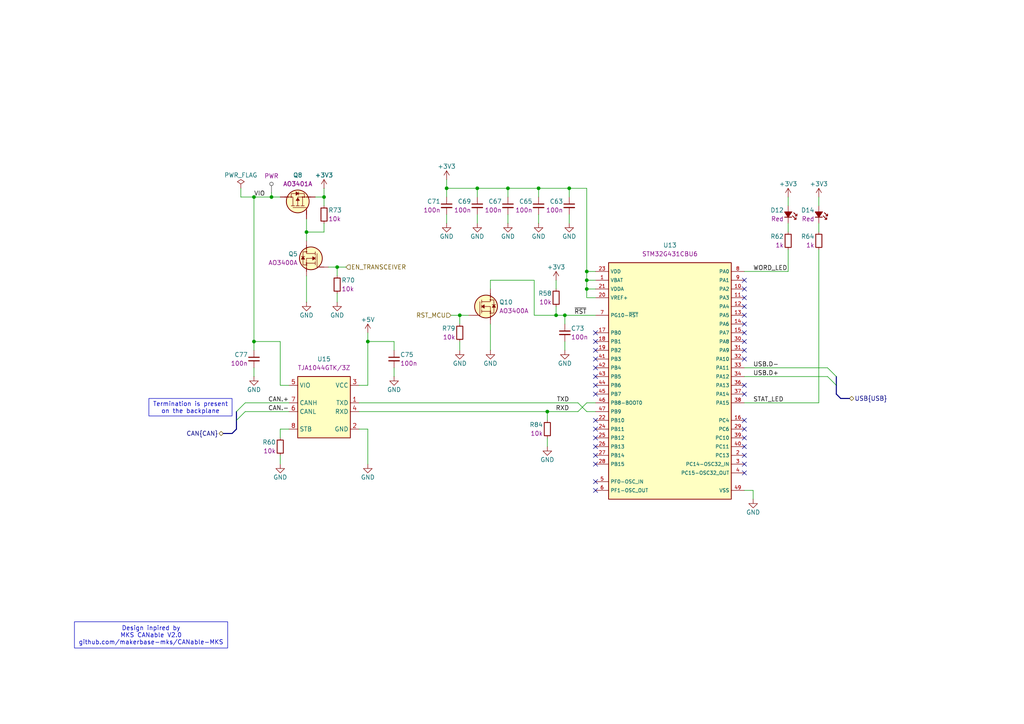
<source format=kicad_sch>
(kicad_sch (version 20250114) (generator "eeschema") (generator_version "9.0")
  (paper "A4")
  (title_block (title "ModuCard CM5 module") (date "2025-07-05") (rev "1.0.0") (company "KoNaR") (comment 1 "Project author: Dominik Pluta"))
  (lib_symbols
    (symbol "DW-ICs:STM32G431CBU6"
      (property "Reference" "U" (at 60.96 0 0))
      (property "MPN" "STM32G431CBU6" (at 60.96 -15.24 0))
      (symbol "STM32G431CBU6_0_0"
        (rectangle (start 3.81 2.54) (end 39.37 -66.04) (stroke (width 0.254)) (fill (type background)))
        (pin bidirectional line (at 0 0 0) (length 3.81) (name "PA0") (number "8"))
        (pin bidirectional line (at 0 -2.54 0) (length 3.81) (name "PA1") (number "9"))
        (pin bidirectional line (at 0 -5.08 0) (length 3.81) (name "PA2") (number "10"))
        (pin bidirectional line (at 0 -7.62 0) (length 3.81) (name "PA3") (number "11"))
        (pin bidirectional line (at 0 -10.16 0) (length 3.81) (name "PA4") (number "12"))
        (pin bidirectional line (at 0 -12.7 0) (length 3.81) (name "PA5") (number "13"))
        (pin bidirectional line (at 0 -15.24 0) (length 3.81) (name "PA6") (number "14"))
        (pin bidirectional line (at 0 -17.78 0) (length 3.81) (name "PA7") (number "15"))
        (pin bidirectional line (at 0 -20.32 0) (length 3.81) (name "PA8") (number "30"))
        (pin bidirectional line (at 0 -22.86 0) (length 3.81) (name "PA9") (number "31"))
        (pin bidirectional line (at 0 -25.4 0) (length 3.81) (name "PA10") (number "32"))
        (pin bidirectional line (at 0 -27.94 0) (length 3.81) (name "PA11") (number "33"))
        (pin bidirectional line (at 0 -30.48 0) (length 3.81) (name "PA12") (number "34"))
        (pin bidirectional line (at 0 -33.02 0) (length 3.81) (name "PA13") (number "36"))
        (pin bidirectional line (at 0 -35.56 0) (length 3.81) (name "PA14") (number "37"))
        (pin bidirectional line (at 0 -38.1 0) (length 3.81) (name "PA15") (number "38"))
        (pin bidirectional line (at 0 -43.18 0) (length 3.81) (name "PC4") (number "16"))
        (pin bidirectional line (at 0 -45.72 0) (length 3.81) (name "PC6") (number "29"))
        (pin bidirectional line (at 0 -48.26 0) (length 3.81) (name "PC10") (number "39"))
        (pin bidirectional line (at 0 -50.8 0) (length 3.81) (name "PC11") (number "40"))
        (pin bidirectional line (at 0 -53.34 0) (length 3.81) (name "PC13") (number "2"))
        (pin bidirectional line (at 0 -55.88 0) (length 3.81) (name "PC14-OSC32_IN") (number "3"))
        (pin bidirectional line (at 0 -58.42 0) (length 3.81) (name "PC15-OSC32_OUT") (number "4"))
        (pin power_in line (at 0 -63.5 0) (length 3.81) (name "VSS") (number "49"))
        (pin power_in line (at 43.18 0 180) (length 3.81) (name "VDD") (number "23"))
        (pin power_in line (at 43.18 -2.54 180) (length 3.81) (name "VBAT") (number "1"))
        (pin power_in line (at 43.18 -5.08 180) (length 3.81) (name "VDDA") (number "21"))
        (pin power_in line (at 43.18 -7.62 180) (length 3.81) (name "VREF+") (number "20"))
        (pin bidirectional line (at 43.18 -12.7 180) (length 3.81) (name "PG10-~{RST}") (number "7"))
        (pin bidirectional line (at 43.18 -17.78 180) (length 3.81) (name "PB0") (number "17"))
        (pin bidirectional line (at 43.18 -20.32 180) (length 3.81) (name "PB1") (number "18"))
        (pin bidirectional line (at 43.18 -22.86 180) (length 3.81) (name "PB2") (number "19"))
        (pin bidirectional line (at 43.18 -25.4 180) (length 3.81) (name "PB3") (number "41"))
        (pin bidirectional line (at 43.18 -27.94 180) (length 3.81) (name "PB4") (number "42"))
        (pin bidirectional line (at 43.18 -30.48 180) (length 3.81) (name "PB5") (number "43"))
        (pin bidirectional line (at 43.18 -33.02 180) (length 3.81) (name "PB6") (number "44"))
        (pin bidirectional line (at 43.18 -35.56 180) (length 3.81) (name "PB7") (number "45"))
        (pin bidirectional line (at 43.18 -38.1 180) (length 3.81) (name "PB8-BOOT0") (number "46"))
        (pin bidirectional line (at 43.18 -40.64 180) (length 3.81) (name "PB9") (number "47"))
        (pin bidirectional line (at 43.18 -43.18 180) (length 3.81) (name "PB10") (number "22"))
        (pin bidirectional line (at 43.18 -45.72 180) (length 3.81) (name "PB11") (number "24"))
        (pin bidirectional line (at 43.18 -48.26 180) (length 3.81) (name "PB12") (number "25"))
        (pin bidirectional line (at 43.18 -50.8 180) (length 3.81) (name "PB13") (number "26"))
        (pin bidirectional line (at 43.18 -53.34 180) (length 3.81) (name "PB14") (number "27"))
        (pin bidirectional line (at 43.18 -55.88 180) (length 3.81) (name "PB15") (number "28"))
      )
      (symbol "STM32G431CBU6_1_0"
        (pin passive line (at 43.18 0 180) (length 3.81) (hide yes) (name "VDD") (number "35"))
        (pin passive line (at 43.18 0 180) (length 3.81) (hide yes) (name "VDD") (number "48"))
        (pin input line (at 43.18 -60.96 180) (length 3.81) (name "PF0-OSC_IN") (number "5"))
        (pin output line (at 43.18 -63.5 180) (length 3.81) (name "PF1-OSC_OUT") (number "6"))
      )
    )
    (symbol "DW-ICs:TJA1044GTK_3Z"
      (property "Reference" "U" (at 31.75 0 0))
      (property "MPN" "TJA1044GTK/3Z" (at 31.75 -15.24 0))
      (symbol "TJA1044GTK_3Z_1_1"
        (rectangle (start 2.54 2.54) (end 17.78 -15.24) (stroke (width 0.254)) (fill (type background)))
        (pin power_in line (at 0 0 0) (length 2.54) (name "VCC") (number "3"))
        (pin input line (at 0 -5.08 0) (length 2.54) (name "TXD") (number "1"))
        (pin output line (at 0 -7.62 0) (length 2.54) (name "RXD") (number "4"))
        (pin power_in line (at 0 -12.7 0) (length 2.54) (name "GND") (number "2"))
        (pin passive line (at 0 -12.7 0) (length 2.54) (hide yes) (name "GND") (number "9"))
        (pin power_in line (at 20.32 0 180) (length 2.54) (name "VIO") (number "5"))
        (pin bidirectional line (at 20.32 -5.08 180) (length 2.54) (name "CANH") (number "7"))
        (pin bidirectional line (at 20.32 -7.62 180) (length 2.54) (name "CANL") (number "6"))
        (pin passive line (at 20.32 -12.7 180) (length 2.54) (name "STB") (number "8"))
      )
    )
    (symbol "DW-capacitors:C-100n-0402" (pin_numbers (hide yes)) (pin_names (hide yes))
      (property "Reference" "C" (at 12.7 0 0))
      (property "Val" "100n" (at 12.7 -20.32 0))
      (symbol "C-100n-0402_0_1"
        (polyline (pts (xy 2.032 -1.524) (xy 2.032 1.524)) (stroke (width 0.3048)))
        (polyline (pts (xy 3.048 -1.524) (xy 3.048 1.524)) (stroke (width 0.3302)))
      )
      (symbol "C-100n-0402_1_1"
        (pin passive line (at 0 0 0) (length 2.032) (name "~") (number "1"))
        (pin passive line (at 5.08 0 180) (length 2.032) (name "~") (number "2"))
      )
    )
    (symbol "DW-diodes:LED-R-0603_KT-0603R" (pin_numbers (hide yes)) (pin_names (hide yes))
      (property "Reference" "D" (at 12.7 0 0))
      (property "Color" "Red" (at 12.7 -20.32 0))
      (symbol "LED-R-0603_KT-0603R_0_1"
        (polyline (pts (xy 1.905 0) (xy 0.635 0)))
        (polyline (pts (xy 4.445 0) (xy 3.175 0)))
      )
      (symbol "LED-R-0603_KT-0603R_1_1"
        (polyline (pts (xy 1.143 2.286) (xy 1.143 1.778) (xy 1.143 2.286) (xy 1.651 2.286) (xy 1.143 2.286) (xy 2.159 1.27)) (stroke (width 0.254)))
        (polyline (pts (xy 1.778 1.016) (xy 1.778 -1.016)) (stroke (width 0.254)))
        (polyline (pts (xy 2.159 2.54) (xy 2.159 2.032) (xy 2.159 2.54) (xy 2.667 2.54) (xy 2.159 2.54) (xy 3.048 1.651)) (stroke (width 0.254)))
        (polyline (pts (xy 3.302 1.016) (xy 3.302 -1.016) (xy 1.778 0) (xy 3.302 1.016)) (stroke (width 0.254)) (fill (type outline)))
        (pin passive line (at 0 0 0) (length 0.635) (name "C") (number "1"))
        (pin passive line (at 5.08 0 180) (length 0.635) (name "A") (number "2"))
      )
    )
    (symbol "DW-power-symbols:+3V3" (power) (pin_numbers (hide yes)) (pin_names (offset 0) (hide yes))
      (property "Value" "+3V3" (at 0 3.556 0))
      (symbol "+3V3_0_1"
        (polyline (pts (xy -0.762 1.27) (xy 0 2.54)))
        (polyline (pts (xy 0 2.54) (xy 0.762 1.27)))
        (polyline (pts (xy 0 0) (xy 0 2.54)))
      )
      (symbol "+3V3_1_1"
        (pin power_in line (at 0 0 90) (length 0) (name "~") (number "1"))
      )
    )
    (symbol "DW-power-symbols:+5V" (power) (pin_numbers (hide yes)) (pin_names (offset 0) (hide yes))
      (property "Value" "+5V" (at 0 3.556 0))
      (symbol "+5V_0_1"
        (polyline (pts (xy -0.762 1.27) (xy 0 2.54)))
        (polyline (pts (xy 0 2.54) (xy 0.762 1.27)))
        (polyline (pts (xy 0 0) (xy 0 2.54)))
      )
      (symbol "+5V_1_1"
        (pin power_in line (at 0 0 90) (length 0) (name "~") (number "1"))
      )
    )
    (symbol "DW-power-symbols:GND" (power) (pin_numbers (hide yes)) (pin_names (offset 0) (hide yes))
      (property "Value" "GND" (at 0 -3.81 0))
      (symbol "GND_0_1"
        (polyline (pts (xy 0 0) (xy 0 -1.27) (xy 1.27 -1.27) (xy 0 -2.54) (xy -1.27 -1.27) (xy 0 -1.27)))
      )
      (symbol "GND_1_1"
        (pin power_in line (at 0 0 270) (length 0) (name "~") (number "1"))
      )
    )
    (symbol "DW-power-symbols:PWR_FLAG" (power) (pin_numbers (hide yes)) (pin_names (offset 0) (hide yes))
      (property "Value" "PWR_FLAG" (at 0 3.81 0))
      (symbol "PWR_FLAG_0_0"
        (pin power_out line (at 0 0 90) (length 0) (name "~") (number "1"))
      )
      (symbol "PWR_FLAG_0_1"
        (polyline (pts (xy 0 0) (xy 0 1.27) (xy -1.016 1.905) (xy 0 2.54) (xy 1.016 1.905) (xy 0 1.27)))
      )
    )
    (symbol "DW-resistors:R-10k-0402" (pin_numbers (hide yes)) (pin_names (offset 0) (hide yes))
      (property "Reference" "R" (at 12.7 0 0))
      (property "Val" "10k" (at 12.7 -20.32 0))
      (symbol "R-10k-0402_0_1"
        (rectangle (start 0.635 0.889) (end 4.445 -0.889) (stroke (width 0.254)))
      )
      (symbol "R-10k-0402_1_1"
        (pin passive line (at 0 0 0) (length 0.635) (name "~") (number "1"))
        (pin passive line (at 5.08 0 180) (length 0.635) (name "~") (number "2"))
      )
    )
    (symbol "DW-resistors:R-1k-0402" (pin_numbers (hide yes)) (pin_names (offset 0) (hide yes))
      (property "Reference" "R" (at 12.7 0 0))
      (property "Val" "1k" (at 12.7 -20.32 0))
      (symbol "R-1k-0402_0_1"
        (rectangle (start 0.635 0.889) (end 4.445 -0.889) (stroke (width 0.254)))
      )
      (symbol "R-1k-0402_1_1"
        (pin passive line (at 0 0 0) (length 0.635) (name "~") (number "1"))
        (pin passive line (at 5.08 0 180) (length 0.635) (name "~") (number "2"))
      )
    )
    (symbol "DW-transistors:AO3400A" (pin_numbers (hide yes)) (pin_names (offset 0) (hide yes))
      (property "Reference" "Q" (at 10.16 0 0))
      (property "MPN" "AO3400A" (at 10.16 -15.24 0))
      (symbol "AO3400A_1_1"
        (polyline (pts (xy 1.27 0) (xy 3.302 0) (xy 3.302 3.937)) (stroke (width 0.1524)))
        (polyline (pts (xy 3.81 4.445) (xy 3.81 3.429)) (stroke (width 0.1524)) (fill (type background)))
        (polyline (pts (xy 3.81 2.54) (xy 3.81 3.048)) (stroke (width 0.1524)) (fill (type background)))
        (polyline (pts (xy 3.81 2.54) (xy 3.81 2.032)) (stroke (width 0.1524)) (fill (type background)))
        (polyline (pts (xy 3.81 2.54) (xy 4.572 3.048) (xy 4.572 2.032) (xy 3.81 2.54)) (stroke (width 0.1524)) (fill (type outline)))
        (polyline (pts (xy 3.81 1.143) (xy 3.81 1.651)) (stroke (width 0.1524)) (fill (type background)))
        (polyline (pts (xy 3.81 1.143) (xy 3.81 0.635)) (stroke (width 0.1524)) (fill (type background)))
        (circle (center 5.08 2.54) (radius 3.302) (stroke (width 0.254)) (fill (type background)))
        (polyline (pts (xy 6.223 0.635) (xy 7.366 0.635) (xy 7.366 3.937) (xy 7.366 4.445) (xy 6.223 4.445)) (stroke (width 0.1524)))
        (polyline (pts (xy 6.35 6.35) (xy 6.35 3.937) (xy 3.81 3.937)) (stroke (width 0.1524)))
        (circle (center 6.35 4.445) (radius 0.127) (stroke (width 0.1524)) (fill (type background)))
        (polyline (pts (xy 6.35 1.143) (xy 3.81 1.143)) (stroke (width 0.1524)) (fill (type background)))
        (circle (center 6.35 1.143) (radius 0.127) (stroke (width 0.1524)) (fill (type background)))
        (circle (center 6.35 0.635) (radius 0.127) (stroke (width 0.1524)) (fill (type background)))
        (polyline (pts (xy 6.35 -1.27) (xy 6.35 2.54) (xy 3.81 2.54)) (stroke (width 0.1524)))
        (polyline (pts (xy 7.366 3.048) (xy 6.858 2.286) (xy 7.874 2.286) (xy 7.366 3.048)) (stroke (width 0.1524)) (fill (type outline)))
        (polyline (pts (xy 7.874 3.048) (xy 6.858 3.048)) (stroke (width 0.1524)) (fill (type background)))
        (pin passive line (at 0 0 0) (length 2.54) (name "G") (number "1"))
        (pin passive line (at 6.35 7.62 270) (length 2.54) (name "D") (number "3"))
        (pin passive line (at 6.35 -2.54 90) (length 2.54) (name "S") (number "2"))
      )
    )
    (symbol "DW-transistors:AO3401A" (pin_numbers (hide yes)) (pin_names (offset 0) (hide yes))
      (property "Reference" "Q" (at 10.16 0 0))
      (property "MPN" "AO3401A" (at 10.16 -15.24 0))
      (symbol "AO3401A_1_1"
        (polyline (pts (xy 1.27 0) (xy 3.302 0) (xy 3.302 3.937)) (stroke (width 0.1524)))
        (polyline (pts (xy 3.81 4.445) (xy 3.81 3.429)) (stroke (width 0.1524)) (fill (type background)))
        (polyline (pts (xy 3.81 2.54) (xy 3.81 3.048)) (stroke (width 0.1524)) (fill (type background)))
        (polyline (pts (xy 3.81 2.54) (xy 3.81 2.032)) (stroke (width 0.1524)) (fill (type background)))
        (polyline (pts (xy 3.81 1.143) (xy 3.81 1.651)) (stroke (width 0.1524)) (fill (type background)))
        (polyline (pts (xy 3.81 1.143) (xy 3.81 0.635)) (stroke (width 0.1524)) (fill (type background)))
        (circle (center 5.08 2.54) (radius 3.302) (stroke (width 0.254)) (fill (type background)))
        (polyline (pts (xy 6.096 2.54) (xy 5.334 2.032) (xy 5.334 3.048) (xy 6.096 2.54)) (stroke (width 0.1524)) (fill (type outline)))
        (polyline (pts (xy 6.223 0.635) (xy 7.366 0.635) (xy 7.366 3.937) (xy 7.366 4.445) (xy 6.223 4.445)) (stroke (width 0.1524)))
        (polyline (pts (xy 6.35 6.35) (xy 6.35 3.937) (xy 3.81 3.937)) (stroke (width 0.1524)))
        (circle (center 6.35 4.445) (radius 0.127) (stroke (width 0.1524)) (fill (type background)))
        (polyline (pts (xy 6.35 1.143) (xy 3.81 1.143)) (stroke (width 0.1524)) (fill (type background)))
        (circle (center 6.35 1.143) (radius 0.127) (stroke (width 0.1524)) (fill (type background)))
        (circle (center 6.35 0.635) (radius 0.127) (stroke (width 0.1524)) (fill (type background)))
        (polyline (pts (xy 6.35 -1.27) (xy 6.35 2.54) (xy 3.81 2.54)) (stroke (width 0.1524)))
        (polyline (pts (xy 7.366 2.286) (xy 7.874 3.048) (xy 6.858 3.048) (xy 7.366 2.286)) (stroke (width 0.1524)) (fill (type outline)))
        (polyline (pts (xy 7.874 2.286) (xy 6.858 2.286)) (stroke (width 0.1524)) (fill (type background)))
        (pin passive line (at 0 0 0) (length 2.54) (name "G") (number "1"))
        (pin passive line (at 6.35 7.62 270) (length 2.54) (name "D") (number "3"))
        (pin passive line (at 6.35 -2.54 90) (length 2.54) (name "S") (number "2"))
      )
    )
  )
  (text_box "Termination is present\non the backplane" (at 43.18 115.57 0) (size 24.13 5.08) (margins 0.9525 0.9525 0.9525 0.9525) (effects (font (size 1.27 1.27))))
  (text_box "Design inpired by \nMKS CANable V2.0\ngithub.com/makerbase-mks/CANable-MKS" (at 21.59 180.34 0) (size 44.45 7.62) (margins 0.9525 0.9525 0.9525 0.9525) (effects (font (size 1.27 1.27))))
  (junction (at 165.1 54.61))
  (junction (at 73.66 99.06))
  (junction (at 133.35 91.44))
  (junction (at 97.79 77.47))
  (junction (at 147.32 54.61))
  (junction (at 163.83 91.44))
  (junction (at 88.9 67.31))
  (junction (at 93.98 57.15))
  (junction (at 170.18 78.74))
  (junction (at 161.29 91.44))
  (junction (at 170.18 83.82))
  (junction (at 138.43 54.61))
  (junction (at 106.68 99.06))
  (junction (at 129.54 54.61))
  (junction (at 73.66 57.15))
  (junction (at 170.18 81.28))
  (junction (at 156.21 54.61))
  (junction (at 158.75 119.38))
  (junction (at 78.74 57.15))
  (no_connect (at 172.72 121.92))
  (no_connect (at 172.72 114.3))
  (no_connect (at 215.9 134.62))
  (no_connect (at 215.9 137.16))
  (no_connect (at 215.9 88.9))
  (no_connect (at 172.72 142.24))
  (no_connect (at 215.9 99.06))
  (no_connect (at 215.9 91.44))
  (no_connect (at 215.9 96.52))
  (no_connect (at 215.9 83.82))
  (no_connect (at 215.9 101.6))
  (no_connect (at 172.72 104.14))
  (no_connect (at 215.9 81.28))
  (no_connect (at 172.72 139.7))
  (no_connect (at 172.72 129.54))
  (no_connect (at 172.72 124.46))
  (no_connect (at 215.9 121.92))
  (no_connect (at 172.72 109.22))
  (no_connect (at 172.72 127))
  (no_connect (at 172.72 134.62))
  (no_connect (at 215.9 124.46))
  (no_connect (at 172.72 106.68))
  (no_connect (at 172.72 111.76))
  (no_connect (at 215.9 86.36))
  (no_connect (at 172.72 101.6))
  (no_connect (at 172.72 96.52))
  (no_connect (at 215.9 93.98))
  (no_connect (at 172.72 132.08))
  (no_connect (at 215.9 104.14))
  (no_connect (at 215.9 129.54))
  (no_connect (at 215.9 114.3))
  (no_connect (at 215.9 111.76))
  (no_connect (at 215.9 127))
  (no_connect (at 215.9 132.08))
  (no_connect (at 172.72 99.06))
  (bus_entry (at 240.03 106.68) (size 2.54 2.54))
  (bus_entry (at 240.03 109.22) (size 2.54 2.54))
  (bus_entry (at 68.58 119.38) (size 2.54 -2.54))
  (bus_entry (at 68.58 121.92) (size 2.54 -2.54))
  (wire (pts (xy 158.75 119.38) (xy 167.64 119.38)))
  (wire (pts (xy 73.66 57.15) (xy 73.66 99.06)))
  (wire (pts (xy 158.75 129.54) (xy 158.75 127)))
  (wire (pts (xy 100.33 77.47) (xy 97.79 77.47)))
  (wire (pts (xy 147.32 54.61) (xy 147.32 57.15)))
  (wire (pts (xy 104.14 116.84) (xy 167.64 116.84)))
  (wire (pts (xy 156.21 64.77) (xy 156.21 62.23)))
  (wire (pts (xy 172.72 81.28) (xy 170.18 81.28)))
  (wire (pts (xy 218.44 142.24) (xy 215.9 142.24)))
  (wire (pts (xy 170.18 78.74) (xy 172.72 78.74)))
  (wire (pts (xy 172.72 86.36) (xy 170.18 86.36)))
  (wire (pts (xy 163.83 91.44) (xy 163.83 93.98)))
  (wire (pts (xy 237.49 64.77) (xy 237.49 67.31)))
  (wire (pts (xy 172.72 83.82) (xy 170.18 83.82)))
  (wire (pts (xy 130.81 91.44) (xy 133.35 91.44)))
  (wire (pts (xy 161.29 91.44) (xy 163.83 91.44)))
  (wire (pts (xy 106.68 124.46) (xy 106.68 134.62)))
  (wire (pts (xy 215.9 109.22) (xy 240.03 109.22)))
  (wire (pts (xy 106.68 96.52) (xy 106.68 99.06)))
  (wire (pts (xy 106.68 99.06) (xy 106.68 111.76)))
  (wire (pts (xy 106.68 99.06) (xy 114.3 99.06)))
  (wire (pts (xy 147.32 64.77) (xy 147.32 62.23)))
  (wire (pts (xy 228.6 64.77) (xy 228.6 67.31)))
  (wire (pts (xy 237.49 57.15) (xy 237.49 59.69)))
  (wire (pts (xy 88.9 87.63) (xy 88.9 80.01)))
  (wire (pts (xy 81.28 127) (xy 81.28 124.46)))
  (wire (pts (xy 93.98 54.61) (xy 93.98 57.15)))
  (wire (pts (xy 154.94 81.28) (xy 154.94 91.44)))
  (wire (pts (xy 138.43 54.61) (xy 129.54 54.61)))
  (wire (pts (xy 161.29 88.9) (xy 161.29 91.44)))
  (wire (pts (xy 215.9 78.74) (xy 228.6 78.74)))
  (wire (pts (xy 97.79 77.47) (xy 95.25 77.47)))
  (wire (pts (xy 78.74 55.88) (xy 78.74 57.15)))
  (wire (pts (xy 170.18 116.84) (xy 172.72 116.84)))
  (wire (pts (xy 129.54 64.77) (xy 129.54 62.23)))
  (wire (pts (xy 88.9 63.5) (xy 88.9 67.31)))
  (wire (pts (xy 104.14 119.38) (xy 158.75 119.38)))
  (bus (pts (xy 242.57 109.22) (xy 242.57 111.76)))
  (wire (pts (xy 133.35 101.6) (xy 133.35 99.06)))
  (wire (pts (xy 215.9 116.84) (xy 237.49 116.84)))
  (wire (pts (xy 215.9 106.68) (xy 240.03 106.68)))
  (wire (pts (xy 133.35 93.98) (xy 133.35 91.44)))
  (bus (pts (xy 242.57 111.76) (xy 242.57 114.3)))
  (wire (pts (xy 81.28 111.76) (xy 83.82 111.76)))
  (wire (pts (xy 88.9 69.85) (xy 88.9 67.31)))
  (wire (pts (xy 93.98 64.77) (xy 93.98 67.31)))
  (wire (pts (xy 147.32 54.61) (xy 138.43 54.61)))
  (wire (pts (xy 161.29 81.28) (xy 161.29 83.82)))
  (wire (pts (xy 138.43 64.77) (xy 138.43 62.23)))
  (wire (pts (xy 93.98 67.31) (xy 88.9 67.31)))
  (bus (pts (xy 68.58 124.46) (xy 67.31 125.73)))
  (wire (pts (xy 154.94 91.44) (xy 161.29 91.44)))
  (wire (pts (xy 129.54 52.07) (xy 129.54 54.61)))
  (wire (pts (xy 114.3 101.6) (xy 114.3 99.06)))
  (wire (pts (xy 93.98 59.69) (xy 93.98 57.15)))
  (wire (pts (xy 170.18 119.38) (xy 172.72 119.38)))
  (wire (pts (xy 158.75 121.92) (xy 158.75 119.38)))
  (wire (pts (xy 170.18 54.61) (xy 170.18 78.74)))
  (bus (pts (xy 68.58 121.92) (xy 68.58 119.38)))
  (wire (pts (xy 81.28 134.62) (xy 81.28 132.08)))
  (wire (pts (xy 73.66 57.15) (xy 78.74 57.15)))
  (wire (pts (xy 163.83 99.06) (xy 163.83 101.6)))
  (wire (pts (xy 163.83 91.44) (xy 172.72 91.44)))
  (wire (pts (xy 81.28 99.06) (xy 81.28 111.76)))
  (wire (pts (xy 156.21 54.61) (xy 156.21 57.15)))
  (wire (pts (xy 73.66 101.6) (xy 73.66 99.06)))
  (wire (pts (xy 228.6 57.15) (xy 228.6 59.69)))
  (wire (pts (xy 78.74 57.15) (xy 81.28 57.15)))
  (bus (pts (xy 242.57 114.3) (xy 243.84 115.57)))
  (wire (pts (xy 97.79 80.01) (xy 97.79 77.47)))
  (bus (pts (xy 243.84 115.57) (xy 246.38 115.57)))
  (wire (pts (xy 167.64 119.38) (xy 170.18 116.84)))
  (wire (pts (xy 81.28 124.46) (xy 83.82 124.46)))
  (wire (pts (xy 167.64 116.84) (xy 170.18 119.38)))
  (wire (pts (xy 165.1 54.61) (xy 170.18 54.61)))
  (wire (pts (xy 147.32 54.61) (xy 156.21 54.61)))
  (wire (pts (xy 73.66 99.06) (xy 81.28 99.06)))
  (wire (pts (xy 71.12 116.84) (xy 83.82 116.84)))
  (wire (pts (xy 142.24 81.28) (xy 154.94 81.28)))
  (wire (pts (xy 69.85 54.61) (xy 69.85 57.15)))
  (bus (pts (xy 68.58 124.46) (xy 68.58 121.92)))
  (wire (pts (xy 228.6 72.39) (xy 228.6 78.74)))
  (wire (pts (xy 114.3 106.68) (xy 114.3 109.22)))
  (wire (pts (xy 165.1 64.77) (xy 165.1 62.23)))
  (wire (pts (xy 129.54 57.15) (xy 129.54 54.61)))
  (wire (pts (xy 142.24 83.82) (xy 142.24 81.28)))
  (wire (pts (xy 142.24 101.6) (xy 142.24 93.98)))
  (wire (pts (xy 106.68 111.76) (xy 104.14 111.76)))
  (wire (pts (xy 73.66 106.68) (xy 73.66 109.22)))
  (wire (pts (xy 104.14 124.46) (xy 106.68 124.46)))
  (wire (pts (xy 165.1 54.61) (xy 165.1 57.15)))
  (wire (pts (xy 93.98 57.15) (xy 91.44 57.15)))
  (wire (pts (xy 71.12 119.38) (xy 83.82 119.38)))
  (wire (pts (xy 133.35 91.44) (xy 135.89 91.44)))
  (wire (pts (xy 170.18 78.74) (xy 170.18 81.28)))
  (wire (pts (xy 218.44 142.24) (xy 218.44 144.78)))
  (wire (pts (xy 97.79 87.63) (xy 97.79 85.09)))
  (wire (pts (xy 156.21 54.61) (xy 165.1 54.61)))
  (bus (pts (xy 67.31 125.73) (xy 64.77 125.73)))
  (wire (pts (xy 138.43 54.61) (xy 138.43 57.15)))
  (wire (pts (xy 69.85 57.15) (xy 73.66 57.15)))
  (wire (pts (xy 170.18 83.82) (xy 170.18 86.36)))
  (wire (pts (xy 170.18 81.28) (xy 170.18 83.82)))
  (wire (pts (xy 237.49 72.39) (xy 237.49 116.84)))
  (label "WORD_LED" (at 218.44 78.74 0))
  (label "STAT_LED" (at 218.44 116.84 0))
  (label "USB.D-" (at 218.44 106.68 0))
  (label "TXD" (at 165.1 116.84 180))
  (label "RXD" (at 165.1 119.38 180))
  (label "VIO" (at 73.66 57.15 0))
  (label "CAN.-" (at 83.82 119.38 180))
  (label "USB.D+" (at 218.44 109.22 0))
  (label "~{RST}" (at 170.18 91.44 180))
  (label "CAN.+" (at 83.82 116.84 180))
  (hierarchical_label "EN_TRANSCEIVER" (shape input) (at 100.33 77.47 0))
  (hierarchical_label "RST_MCU" (shape input) (at 130.81 91.44 180))
  (hierarchical_label "USB{USB}" (shape bidirectional) (at 246.38 115.57 0))
  (hierarchical_label "CAN{CAN}" (shape bidirectional) (at 64.77 125.73 180))
  (netclass_flag "" (length 2.54) (shape round) (at 78.74 55.88 0) (property "Netclass" "PWR" (at 78.74 51.054 0)))
  (symbol (lib_id "DW-power-symbols:GND") (at 163.83 101.6 0) (mirror y) (unit 1)
    (property "Reference" "#PWR0156" (effects (hide yes)))
    (property "Value" "GND" (at 163.83 105.41 0))
    (property "Description" "Power symbol creates a global label with name \"GND\" , ground" (effects (hide yes)))
    (instances (project "cm5-module" (path "" (reference "#PWR0156") (unit 1)) (path "" (reference "#PWR0157") (unit 1))))
  )
  (symbol (lib_id "DW-power-symbols:GND") (at 106.68 134.62 0) (unit 1)
    (property "Reference" "#PWR0160" (effects (hide yes)))
    (property "Value" "GND" (at 106.68 138.43 0))
    (property "Description" "Power symbol creates a global label with name \"GND\" , ground" (effects (hide yes)))
    (instances (project "cm5-module" (path "" (reference "#PWR0160") (unit 1)) (path "" (reference "#PWR0161") (unit 1))))
  )
  (symbol (lib_id "DW-power-symbols:GND") (at 129.54 64.77 0) (mirror y) (unit 1)
    (property "Reference" "#PWR0152" (effects (hide yes)))
    (property "Value" "GND" (at 129.54 68.58 0))
    (property "Description" "Power symbol creates a global label with name \"GND\" , ground" (effects (hide yes)))
    (instances (project "cm5-module" (path "" (reference "#PWR0152") (unit 1)) (path "" (reference "#PWR0153") (unit 1))))
  )
  (symbol (lib_id "DW-power-symbols:+5V") (at 106.68 96.52 0) (unit 1)
    (property "Reference" "#PWR0162" (effects (hide yes)))
    (property "Value" "+5V" (at 106.68 92.71 0))
    (property "Description" "Power symbol creates a global label with name \"+5V\"" (effects (hide yes)))
    (instances (project "cm5-module" (path "" (reference "#PWR0162") (unit 1)) (path "" (reference "#PWR0163") (unit 1))))
  )
  (symbol (lib_id "DW-capacitors:C-100n-0402") (at 165.1 57.15 90) (mirror x) (unit 1)
    (property "Reference" "C63" (at 163.322 58.42 90) (effects (justify left)))
    (property "Value" "C-100n-0402" (effects (hide yes)))
    (property "Footprint" "DW-footprints:C_0402_1005Metric" (effects (hide yes)))
    (property "Datasheet" "https://lcsc.com/datasheet/lcsc_datasheet_2304140030_Samsung-Electro-Mechanics-CL05B104KB54PNC_C307331.pdf" (effects (hide yes)))
    (property "Description" "50V 100nF X7R ±10% 0402 Multilayer Ceramic Capacitors MLCC - SMD/SMT ROHS" (effects (hide yes)))
    (property "Manufacturer" "Samsung Electro-Mechanics" (effects (hide yes)))
    (property "MPN" "CL05B104KB54PNC" (effects (hide yes)))
    (property "LCSC" "C307331" (effects (hide yes)))
    (property "Val" "100n" (at 163.322 60.96 90) (effects (justify left)))
    (property "Tolerance" "10%" (effects (hide yes)))
    (property "Voltage" "50V" (effects (hide yes)))
    (property "Dielectric" "X7R" (effects (hide yes)))
    (instances (project "cm5-module" (path "" (reference "C63") (unit 1)) (path "" (reference "C64") (unit 1))))
  )
  (symbol (lib_id "DW-power-symbols:GND") (at 147.32 64.77 0) (mirror y) (unit 1)
    (property "Reference" "#PWR0148" (effects (hide yes)))
    (property "Value" "GND" (at 147.32 68.58 0))
    (property "Description" "Power symbol creates a global label with name \"GND\" , ground" (effects (hide yes)))
    (instances (project "cm5-module" (path "" (reference "#PWR0148") (unit 1)) (path "" (reference "#PWR0149") (unit 1))))
  )
  (symbol (lib_id "DW-power-symbols:+3V3") (at 129.54 52.07 0) (mirror y) (unit 1)
    (property "Reference" "#PWR0142" (effects (hide yes)))
    (property "Value" "+3V3" (at 129.54 48.26 0))
    (property "Description" "Power symbol creates a global label with name \"+3V3\"" (effects (hide yes)))
    (instances (project "cm5-module" (path "" (reference "#PWR0142") (unit 1)) (path "" (reference "#PWR0143") (unit 1))))
  )
  (symbol (lib_id "DW-power-symbols:PWR_FLAG") (at 69.85 54.61 0) (unit 1)
    (property "Reference" "#FLG011" (effects (hide yes)))
    (property "Value" "PWR_FLAG" (at 69.85 50.8 0))
    (property "Description" "Special symbol for telling ERC where power comes from" (effects (hide yes)))
    (instances (project "cm5-module" (path "" (reference "#FLG011") (unit 1)) (path "" (reference "#FLG012") (unit 1))))
  )
  (symbol (lib_id "DW-ICs:STM32G431CBU6") (at 215.9 78.74 0) (mirror y) (unit 1)
    (property "Reference" "U13" (at 194.31 71.12 0))
    (property "Value" "STM32G431CBU6" (effects (hide yes)))
    (property "Footprint" "DW-footprints:UFQFPN-48-1EP_7x7mm_P0.5mm_EP5.7x5.7mm" (effects (hide yes)))
    (property "Datasheet" "https://www.lcsc.com/datasheet/C529356.pdf" (effects (hide yes)))
    (property "Description" "ARM Cortex-M Series 170MHz UFQFPN-48(7x7) Microcontrollers (MCU/MPU/SOC) ROHS" (effects (hide yes)))
    (property "Manufacturer" "ST" (effects (hide yes)))
    (property "MPN" "STM32G431CBU6" (at 194.31 73.66 0))
    (property "LCSC" "C529356" (effects (hide yes)))
    (instances (project "" (path "" (reference "U13") (unit 1)) (path "" (reference "U14") (unit 1))))
  )
  (symbol (lib_id "DW-transistors:AO3401A") (at 88.9 63.5 90) (unit 1)
    (property "Reference" "Q8" (at 86.36 50.8 90))
    (property "Value" "AO3401A" (effects (hide yes)))
    (property "Footprint" "DW-footprints:SOT-23-3" (effects (hide yes)))
    (property "Datasheet" "https://www.lcsc.com/datasheet/C15127.pdf" (effects (hide yes)))
    (property "Description" "30V 4A 900mV@250uA 1 P-Channel SOT-23 MOSFETs ROHS" (effects (hide yes)))
    (property "Manufacturer" "AOS" (effects (hide yes)))
    (property "MPN" "AO3401A" (at 86.36 53.34 90))
    (property "LCSC" "C15127" (effects (hide yes)))
    (property "Id" "-4A" (effects (hide yes)))
    (property "Vds" "-30V" (effects (hide yes)))
    (property "Vgs" "12V" (effects (hide yes)))
    (property "Rds(on)" "50mΩ" (effects (hide yes)))
    (instances (project "" (path "" (reference "Q8") (unit 1)) (path "" (reference "Q9") (unit 1))))
  )
  (symbol (lib_id "DW-resistors:R-10k-0402") (at 97.79 85.09 90) (unit 1)
    (property "Reference" "R70" (at 99.06 81.28 90) (effects (justify right)))
    (property "Value" "R-10k-0402" (effects (hide yes)))
    (property "Footprint" "DW-footprints:R_0402_1005Metric" (effects (hide yes)))
    (property "Datasheet" "https://lcsc.com/datasheet/lcsc_datasheet_2411221126_UNI-ROYAL-Uniroyal-Elec-0402WGF1002TCE_C25744.pdf" (effects (hide yes)))
    (property "Description" "62.5mW Thick Film Resistor 50V ±100ppm/℃ ±1% 10kΩ 0402 Chip Resistor - Surface Mount ROHS" (effects (hide yes)))
    (property "Manufacturer" "UNI-ROYAL(Uniroyal Elec)" (effects (hide yes)))
    (property "MPN" "0402WGF1002TCE" (effects (hide yes)))
    (property "LCSC" "C25744" (effects (hide yes)))
    (property "Val" "10k" (at 99.06 83.82 90) (effects (justify right)))
    (property "Tolerance" "1%" (effects (hide yes)))
    (instances (project "cm5-module" (path "" (reference "R70") (unit 1)) (path "" (reference "R72") (unit 1))))
  )
  (symbol (lib_id "DW-capacitors:C-100n-0402") (at 156.21 57.15 90) (mirror x) (unit 1)
    (property "Reference" "C65" (at 154.432 58.42 90) (effects (justify left)))
    (property "Value" "C-100n-0402" (effects (hide yes)))
    (property "Footprint" "DW-footprints:C_0402_1005Metric" (effects (hide yes)))
    (property "Datasheet" "https://lcsc.com/datasheet/lcsc_datasheet_2304140030_Samsung-Electro-Mechanics-CL05B104KB54PNC_C307331.pdf" (effects (hide yes)))
    (property "Description" "50V 100nF X7R ±10% 0402 Multilayer Ceramic Capacitors MLCC - SMD/SMT ROHS" (effects (hide yes)))
    (property "Manufacturer" "Samsung Electro-Mechanics" (effects (hide yes)))
    (property "MPN" "CL05B104KB54PNC" (effects (hide yes)))
    (property "LCSC" "C307331" (effects (hide yes)))
    (property "Val" "100n" (at 154.432 60.96 90) (effects (justify left)))
    (property "Tolerance" "10%" (effects (hide yes)))
    (property "Voltage" "50V" (effects (hide yes)))
    (property "Dielectric" "X7R" (effects (hide yes)))
    (instances (project "cm5-module" (path "" (reference "C65") (unit 1)) (path "" (reference "C66") (unit 1))))
  )
  (symbol (lib_id "DW-power-symbols:GND") (at 142.24 101.6 0) (mirror y) (unit 1)
    (property "Reference" "#PWR0168" (effects (hide yes)))
    (property "Value" "GND" (at 142.24 105.41 0))
    (property "Description" "Power symbol creates a global label with name \"GND\" , ground" (effects (hide yes)))
    (instances (project "cm5-module" (path "" (reference "#PWR0168") (unit 1)) (path "" (reference "#PWR0187") (unit 1))))
  )
  (symbol (lib_id "DW-resistors:R-10k-0402") (at 158.75 127 270) (mirror x) (unit 1)
    (property "Reference" "R84" (at 157.48 123.19 90) (effects (justify right)))
    (property "Value" "R-10k-0402" (effects (hide yes)))
    (property "Footprint" "DW-footprints:R_0402_1005Metric" (effects (hide yes)))
    (property "Datasheet" "https://lcsc.com/datasheet/lcsc_datasheet_2411221126_UNI-ROYAL-Uniroyal-Elec-0402WGF1002TCE_C25744.pdf" (effects (hide yes)))
    (property "Description" "62.5mW Thick Film Resistor 50V ±100ppm/℃ ±1% 10kΩ 0402 Chip Resistor - Surface Mount ROHS" (effects (hide yes)))
    (property "Manufacturer" "UNI-ROYAL(Uniroyal Elec)" (effects (hide yes)))
    (property "MPN" "0402WGF1002TCE" (effects (hide yes)))
    (property "LCSC" "C25744" (effects (hide yes)))
    (property "Val" "10k" (at 157.48 125.73 90) (effects (justify right)))
    (property "Tolerance" "1%" (effects (hide yes)))
    (instances (project "cm5-module" (path "" (reference "R84") (unit 1)) (path "" (reference "R85") (unit 1))))
  )
  (symbol (lib_id "DW-capacitors:C-100n-0402") (at 147.32 57.15 90) (mirror x) (unit 1)
    (property "Reference" "C67" (at 145.542 58.42 90) (effects (justify left)))
    (property "Value" "C-100n-0402" (effects (hide yes)))
    (property "Footprint" "DW-footprints:C_0402_1005Metric" (effects (hide yes)))
    (property "Datasheet" "https://lcsc.com/datasheet/lcsc_datasheet_2304140030_Samsung-Electro-Mechanics-CL05B104KB54PNC_C307331.pdf" (effects (hide yes)))
    (property "Description" "50V 100nF X7R ±10% 0402 Multilayer Ceramic Capacitors MLCC - SMD/SMT ROHS" (effects (hide yes)))
    (property "Manufacturer" "Samsung Electro-Mechanics" (effects (hide yes)))
    (property "MPN" "CL05B104KB54PNC" (effects (hide yes)))
    (property "LCSC" "C307331" (effects (hide yes)))
    (property "Val" "100n" (at 145.542 60.96 90) (effects (justify left)))
    (property "Tolerance" "10%" (effects (hide yes)))
    (property "Voltage" "50V" (effects (hide yes)))
    (property "Dielectric" "X7R" (effects (hide yes)))
    (instances (project "cm5-module" (path "" (reference "C67") (unit 1)) (path "" (reference "C68") (unit 1))))
  )
  (symbol (lib_id "DW-diodes:LED-R-0603_KT-0603R") (at 237.49 64.77 270) (mirror x) (unit 1)
    (property "Reference" "D14" (at 236.22 60.96 90) (effects (justify right)))
    (property "Value" "LED-R-0603_KT-0603R" (effects (hide yes)))
    (property "Footprint" "DW-footprints:LED_0603_1608Metric_R" (effects (hide yes)))
    (property "Datasheet" "https://lcsc.com/datasheet/lcsc_datasheet_2507101606_Hubei-KENTO-Elec-KT-0603R_C2286.pdf" (effects (hide yes)))
    (property "Description" "-40℃~+85℃ Red 0603 LED Indication - Discrete ROHS" (effects (hide yes)))
    (property "Manufacturer" "Hubei KENTO Elec" (effects (hide yes)))
    (property "MPN" "KT-0603R" (effects (hide yes)))
    (property "LCSC" "C2286" (effects (hide yes)))
    (property "Color" "Red" (at 236.22 63.5 90) (effects (justify right)))
    (property "Forward voltage" "1.8V-2.4V " (effects (hide yes)))
    (instances (project "cm5-module" (path "" (reference "D14") (unit 1)) (path "" (reference "D15") (unit 1))))
  )
  (symbol (lib_id "DW-capacitors:C-100n-0402") (at 163.83 93.98 270) (unit 1)
    (property "Reference" "C73" (at 165.608 95.25 90) (effects (justify left)))
    (property "Value" "C-100n-0402" (effects (hide yes)))
    (property "Footprint" "DW-footprints:C_0402_1005Metric" (effects (hide yes)))
    (property "Datasheet" "https://lcsc.com/datasheet/lcsc_datasheet_2304140030_Samsung-Electro-Mechanics-CL05B104KB54PNC_C307331.pdf" (effects (hide yes)))
    (property "Description" "50V 100nF X7R ±10% 0402 Multilayer Ceramic Capacitors MLCC - SMD/SMT ROHS" (effects (hide yes)))
    (property "Manufacturer" "Samsung Electro-Mechanics" (effects (hide yes)))
    (property "MPN" "CL05B104KB54PNC" (effects (hide yes)))
    (property "LCSC" "C307331" (effects (hide yes)))
    (property "Val" "100n" (at 165.608 97.79 90) (effects (justify left)))
    (property "Tolerance" "10%" (effects (hide yes)))
    (property "Voltage" "50V" (effects (hide yes)))
    (property "Dielectric" "X7R" (effects (hide yes)))
    (instances (project "cm5-module" (path "" (reference "C73") (unit 1)) (path "" (reference "C74") (unit 1))))
  )
  (symbol (lib_id "DW-capacitors:C-100n-0402") (at 114.3 101.6 270) (unit 1)
    (property "Reference" "C75" (at 116.078 102.87 90) (effects (justify left)))
    (property "Value" "C-100n-0402" (effects (hide yes)))
    (property "Footprint" "DW-footprints:C_0402_1005Metric" (effects (hide yes)))
    (property "Datasheet" "https://lcsc.com/datasheet/lcsc_datasheet_2304140030_Samsung-Electro-Mechanics-CL05B104KB54PNC_C307331.pdf" (effects (hide yes)))
    (property "Description" "50V 100nF X7R ±10% 0402 Multilayer Ceramic Capacitors MLCC - SMD/SMT ROHS" (effects (hide yes)))
    (property "Manufacturer" "Samsung Electro-Mechanics" (effects (hide yes)))
    (property "MPN" "CL05B104KB54PNC" (effects (hide yes)))
    (property "LCSC" "C307331" (effects (hide yes)))
    (property "Val" "100n" (at 116.078 105.41 90) (effects (justify left)))
    (property "Tolerance" "10%" (effects (hide yes)))
    (property "Voltage" "50V" (effects (hide yes)))
    (property "Dielectric" "X7R" (effects (hide yes)))
    (instances (project "cm5-module" (path "" (reference "C75") (unit 1)) (path "" (reference "C76") (unit 1))))
  )
  (symbol (lib_id "DW-resistors:R-10k-0402") (at 133.35 99.06 270) (mirror x) (unit 1)
    (property "Reference" "R79" (at 132.08 95.25 90) (effects (justify right)))
    (property "Value" "R-10k-0402" (effects (hide yes)))
    (property "Footprint" "DW-footprints:R_0402_1005Metric" (effects (hide yes)))
    (property "Datasheet" "https://lcsc.com/datasheet/lcsc_datasheet_2411221126_UNI-ROYAL-Uniroyal-Elec-0402WGF1002TCE_C25744.pdf" (effects (hide yes)))
    (property "Description" "62.5mW Thick Film Resistor 50V ±100ppm/℃ ±1% 10kΩ 0402 Chip Resistor - Surface Mount ROHS" (effects (hide yes)))
    (property "Manufacturer" "UNI-ROYAL(Uniroyal Elec)" (effects (hide yes)))
    (property "MPN" "0402WGF1002TCE" (effects (hide yes)))
    (property "LCSC" "C25744" (effects (hide yes)))
    (property "Val" "10k" (at 132.08 97.79 90) (effects (justify right)))
    (property "Tolerance" "1%" (effects (hide yes)))
    (instances (project "cm5-module" (path "" (reference "R79") (unit 1)) (path "" (reference "R71") (unit 1))))
  )
  (symbol (lib_id "DW-power-symbols:GND") (at 165.1 64.77 0) (mirror y) (unit 1)
    (property "Reference" "#PWR0144" (effects (hide yes)))
    (property "Value" "GND" (at 165.1 68.58 0))
    (property "Description" "Power symbol creates a global label with name \"GND\" , ground" (effects (hide yes)))
    (instances (project "cm5-module" (path "" (reference "#PWR0144") (unit 1)) (path "" (reference "#PWR0145") (unit 1))))
  )
  (symbol (lib_id "DW-resistors:R-10k-0402") (at 93.98 64.77 90) (unit 1)
    (property "Reference" "R73" (at 95.25 60.96 90) (effects (justify right)))
    (property "Value" "R-10k-0402" (effects (hide yes)))
    (property "Footprint" "DW-footprints:R_0402_1005Metric" (effects (hide yes)))
    (property "Datasheet" "https://lcsc.com/datasheet/lcsc_datasheet_2411221126_UNI-ROYAL-Uniroyal-Elec-0402WGF1002TCE_C25744.pdf" (effects (hide yes)))
    (property "Description" "62.5mW Thick Film Resistor 50V ±100ppm/℃ ±1% 10kΩ 0402 Chip Resistor - Surface Mount ROHS" (effects (hide yes)))
    (property "Manufacturer" "UNI-ROYAL(Uniroyal Elec)" (effects (hide yes)))
    (property "MPN" "0402WGF1002TCE" (effects (hide yes)))
    (property "LCSC" "C25744" (effects (hide yes)))
    (property "Val" "10k" (at 95.25 63.5 90) (effects (justify right)))
    (property "Tolerance" "1%" (effects (hide yes)))
    (instances (project "cm5-module" (path "" (reference "R73") (unit 1)) (path "" (reference "R74") (unit 1))))
  )
  (symbol (lib_id "DW-transistors:AO3400A") (at 95.25 77.47 0) (mirror y) (unit 1)
    (property "Reference" "Q5" (at 86.36 73.66 0) (effects (justify left)))
    (property "Value" "AO3400A" (effects (hide yes)))
    (property "Footprint" "DW-footprints:SOT-23-3" (effects (hide yes)))
    (property "Datasheet" "https://www.lcsc.com/datasheet/C20917.pdf" (effects (hide yes)))
    (property "Description" "30V 48mΩ@2.5V 1.45V@250uA SOT-23-3L MOSFETs ROHS" (effects (hide yes)))
    (property "Manufacturer" "AOS" (effects (hide yes)))
    (property "MPN" "AO3400A" (at 86.36 76.2 0) (effects (justify left)))
    (property "LCSC" "C20917" (effects (hide yes)))
    (property "Id" "5.7A" (effects (hide yes)))
    (property "Vds" "30V" (effects (hide yes)))
    (property "Vgs" "12V" (effects (hide yes)))
    (property "Rds(on)" "26.5mΩ" (effects (hide yes)))
    (instances (project "cm5-module" (path "" (reference "Q5") (unit 1)) (path "" (reference "Q7") (unit 1))))
  )
  (symbol (lib_id "DW-power-symbols:GND") (at 158.75 129.54 0) (mirror y) (unit 1)
    (property "Reference" "#PWR0191" (effects (hide yes)))
    (property "Value" "GND" (at 158.75 133.35 0))
    (property "Description" "Power symbol creates a global label with name \"GND\" , ground" (effects (hide yes)))
    (instances (project "cm5-module" (path "" (reference "#PWR0191") (unit 1)) (path "" (reference "#PWR0192") (unit 1))))
  )
  (symbol (lib_id "DW-power-symbols:GND") (at 73.66 109.22 0) (mirror y) (unit 1)
    (property "Reference" "#PWR0167" (effects (hide yes)))
    (property "Value" "GND" (at 73.66 113.03 0))
    (property "Description" "Power symbol creates a global label with name \"GND\" , ground" (effects (hide yes)))
    (instances (project "cm5-module" (path "" (reference "#PWR0167") (unit 1)) (path "" (reference "#PWR0169") (unit 1))))
  )
  (symbol (lib_id "DW-transistors:AO3400A") (at 135.89 91.44 0) (unit 1)
    (property "Reference" "Q10" (at 144.78 87.63 0) (effects (justify left)))
    (property "Value" "AO3400A" (effects (hide yes)))
    (property "Footprint" "DW-footprints:SOT-23-3" (effects (hide yes)))
    (property "Datasheet" "https://www.lcsc.com/datasheet/C20917.pdf" (effects (hide yes)))
    (property "Description" "30V 48mΩ@2.5V 1.45V@250uA SOT-23-3L MOSFETs ROHS" (effects (hide yes)))
    (property "Manufacturer" "AOS" (effects (hide yes)))
    (property "MPN" "AO3400A" (at 144.78 90.17 0) (effects (justify left)))
    (property "LCSC" "C20917" (effects (hide yes)))
    (property "Id" "5.7A" (effects (hide yes)))
    (property "Vds" "30V" (effects (hide yes)))
    (property "Vgs" "12V" (effects (hide yes)))
    (property "Rds(on)" "26.5mΩ" (effects (hide yes)))
    (instances (project "cm5-module" (path "" (reference "Q10") (unit 1)) (path "" (reference "Q6") (unit 1))))
  )
  (symbol (lib_id "DW-power-symbols:GND") (at 114.3 109.22 0) (unit 1)
    (property "Reference" "#PWR0164" (effects (hide yes)))
    (property "Value" "GND" (at 114.3 113.03 0))
    (property "Description" "Power symbol creates a global label with name \"GND\" , ground" (effects (hide yes)))
    (instances (project "cm5-module" (path "" (reference "#PWR0164") (unit 1)) (path "" (reference "#PWR0165") (unit 1))))
  )
  (symbol (lib_id "DW-power-symbols:GND") (at 133.35 101.6 0) (mirror y) (unit 1)
    (property "Reference" "#PWR0177" (effects (hide yes)))
    (property "Value" "GND" (at 133.35 105.41 0))
    (property "Description" "Power symbol creates a global label with name \"GND\" , ground" (effects (hide yes)))
    (instances (project "cm5-module" (path "" (reference "#PWR0177") (unit 1)) (path "" (reference "#PWR0188") (unit 1))))
  )
  (symbol (lib_id "DW-power-symbols:+3V3") (at 93.98 54.61 0) (unit 1)
    (property "Reference" "#PWR0174" (effects (hide yes)))
    (property "Value" "+3V3" (at 93.98 50.8 0))
    (property "Description" "Power symbol creates a global label with name \"+3V3\"" (effects (hide yes)))
    (instances (project "cm5-module" (path "" (reference "#PWR0174") (unit 1)) (path "" (reference "#PWR0175") (unit 1))))
  )
  (symbol (lib_id "DW-power-symbols:+3V3") (at 228.6 57.15 0) (unit 1)
    (property "Reference" "#PWR0170" (effects (hide yes)))
    (property "Value" "+3V3" (at 228.6 53.34 0))
    (property "Description" "Power symbol creates a global label with name \"+3V3\"" (effects (hide yes)))
    (instances (project "cm5-module" (path "" (reference "#PWR0170") (unit 1)) (path "" (reference "#PWR0171") (unit 1))))
  )
  (symbol (lib_id "DW-power-symbols:+3V3") (at 237.49 57.15 0) (unit 1)
    (property "Reference" "#PWR0172" (effects (hide yes)))
    (property "Value" "+3V3" (at 237.49 53.34 0))
    (property "Description" "Power symbol creates a global label with name \"+3V3\"" (effects (hide yes)))
    (instances (project "cm5-module" (path "" (reference "#PWR0172") (unit 1)) (path "" (reference "#PWR0173") (unit 1))))
  )
  (symbol (lib_id "DW-ICs:TJA1044GTK_3Z") (at 104.14 111.76 0) (mirror y) (unit 1)
    (property "Reference" "U15" (at 93.98 104.14 0))
    (property "Value" "TJA1044GTK_3Z" (effects (hide yes)))
    (property "Footprint" "DW-footprints:HVSON-8-1EP_3x3mm_P0.65mm_EP1.6x2.4mm" (effects (hide yes)))
    (property "Datasheet" "https://www.nxp.com/docs/en/data-sheet/TJA1044.pdf" (effects (hide yes)))
    (property "Description" "5Mbps CAN Transceiver HVSON-8-EP(3x3) CAN Transceivers ROHS" (effects (hide yes)))
    (property "Manufacturer" "NXP" (effects (hide yes)))
    (property "MPN" "TJA1044GTK/3Z" (at 93.98 106.68 0))
    (property "LCSC" "C2157795" (effects (hide yes)))
    (instances (project "" (path "" (reference "U15") (unit 1)) (path "" (reference "U16") (unit 1))))
  )
  (symbol (lib_id "DW-capacitors:C-100n-0402") (at 73.66 101.6 90) (mirror x) (unit 1)
    (property "Reference" "C77" (at 71.882 102.87 90) (effects (justify left)))
    (property "Value" "C-100n-0402" (effects (hide yes)))
    (property "Footprint" "DW-footprints:C_0402_1005Metric" (effects (hide yes)))
    (property "Datasheet" "https://lcsc.com/datasheet/lcsc_datasheet_2304140030_Samsung-Electro-Mechanics-CL05B104KB54PNC_C307331.pdf" (effects (hide yes)))
    (property "Description" "50V 100nF X7R ±10% 0402 Multilayer Ceramic Capacitors MLCC - SMD/SMT ROHS" (effects (hide yes)))
    (property "Manufacturer" "Samsung Electro-Mechanics" (effects (hide yes)))
    (property "MPN" "CL05B104KB54PNC" (effects (hide yes)))
    (property "LCSC" "C307331" (effects (hide yes)))
    (property "Val" "100n" (at 71.882 105.41 90) (effects (justify left)))
    (property "Tolerance" "10%" (effects (hide yes)))
    (property "Voltage" "50V" (effects (hide yes)))
    (property "Dielectric" "X7R" (effects (hide yes)))
    (instances (project "cm5-module" (path "" (reference "C77") (unit 1)) (path "" (reference "C78") (unit 1))))
  )
  (symbol (lib_id "DW-resistors:R-10k-0402") (at 81.28 132.08 270) (mirror x) (unit 1)
    (property "Reference" "R60" (at 80.01 128.27 90) (effects (justify right)))
    (property "Value" "R-10k-0402" (effects (hide yes)))
    (property "Footprint" "DW-footprints:R_0402_1005Metric" (effects (hide yes)))
    (property "Datasheet" "https://lcsc.com/datasheet/lcsc_datasheet_2411221126_UNI-ROYAL-Uniroyal-Elec-0402WGF1002TCE_C25744.pdf" (effects (hide yes)))
    (property "Description" "62.5mW Thick Film Resistor 50V ±100ppm/℃ ±1% 10kΩ 0402 Chip Resistor - Surface Mount ROHS" (effects (hide yes)))
    (property "Manufacturer" "UNI-ROYAL(Uniroyal Elec)" (effects (hide yes)))
    (property "MPN" "0402WGF1002TCE" (effects (hide yes)))
    (property "LCSC" "C25744" (effects (hide yes)))
    (property "Val" "10k" (at 80.01 130.81 90) (effects (justify right)))
    (property "Tolerance" "1%" (effects (hide yes)))
    (instances (project "cm5-module" (path "" (reference "R60") (unit 1)) (path "" (reference "R61") (unit 1))))
  )
  (symbol (lib_id "DW-power-symbols:GND") (at 138.43 64.77 0) (mirror y) (unit 1)
    (property "Reference" "#PWR0150" (effects (hide yes)))
    (property "Value" "GND" (at 138.43 68.58 0))
    (property "Description" "Power symbol creates a global label with name \"GND\" , ground" (effects (hide yes)))
    (instances (project "cm5-module" (path "" (reference "#PWR0150") (unit 1)) (path "" (reference "#PWR0151") (unit 1))))
  )
  (symbol (lib_id "DW-capacitors:C-100n-0402") (at 138.43 57.15 90) (mirror x) (unit 1)
    (property "Reference" "C69" (at 136.652 58.42 90) (effects (justify left)))
    (property "Value" "C-100n-0402" (effects (hide yes)))
    (property "Footprint" "DW-footprints:C_0402_1005Metric" (effects (hide yes)))
    (property "Datasheet" "https://lcsc.com/datasheet/lcsc_datasheet_2304140030_Samsung-Electro-Mechanics-CL05B104KB54PNC_C307331.pdf" (effects (hide yes)))
    (property "Description" "50V 100nF X7R ±10% 0402 Multilayer Ceramic Capacitors MLCC - SMD/SMT ROHS" (effects (hide yes)))
    (property "Manufacturer" "Samsung Electro-Mechanics" (effects (hide yes)))
    (property "MPN" "CL05B104KB54PNC" (effects (hide yes)))
    (property "LCSC" "C307331" (effects (hide yes)))
    (property "Val" "100n" (at 136.652 60.96 90) (effects (justify left)))
    (property "Tolerance" "10%" (effects (hide yes)))
    (property "Voltage" "50V" (effects (hide yes)))
    (property "Dielectric" "X7R" (effects (hide yes)))
    (instances (project "cm5-module" (path "" (reference "C69") (unit 1)) (path "" (reference "C70") (unit 1))))
  )
  (symbol (lib_id "DW-power-symbols:+3V3") (at 161.29 81.28 0) (mirror y) (unit 1)
    (property "Reference" "#PWR0154" (effects (hide yes)))
    (property "Value" "+3V3" (at 161.29 77.47 0))
    (property "Description" "Power symbol creates a global label with name \"+3V3\"" (effects (hide yes)))
    (instances (project "cm5-module" (path "" (reference "#PWR0154") (unit 1)) (path "" (reference "#PWR0155") (unit 1))))
  )
  (symbol (lib_id "DW-power-symbols:GND") (at 97.79 87.63 0) (unit 1)
    (property "Reference" "#PWR0166" (effects (hide yes)))
    (property "Value" "GND" (at 97.79 91.44 0))
    (property "Description" "Power symbol creates a global label with name \"GND\" , ground" (effects (hide yes)))
    (instances (project "cm5-module" (path "" (reference "#PWR0166") (unit 1)) (path "" (reference "#PWR0178") (unit 1))))
  )
  (symbol (lib_id "DW-power-symbols:GND") (at 81.28 134.62 0) (unit 1)
    (property "Reference" "#PWR0158" (effects (hide yes)))
    (property "Value" "GND" (at 81.28 138.43 0))
    (property "Description" "Power symbol creates a global label with name \"GND\" , ground" (effects (hide yes)))
    (instances (project "cm5-module" (path "" (reference "#PWR0158") (unit 1)) (path "" (reference "#PWR0159") (unit 1))))
  )
  (symbol (lib_id "DW-diodes:LED-R-0603_KT-0603R") (at 228.6 64.77 270) (mirror x) (unit 1)
    (property "Reference" "D12" (at 227.33 60.96 90) (effects (justify right)))
    (property "Value" "LED-R-0603_KT-0603R" (effects (hide yes)))
    (property "Footprint" "DW-footprints:LED_0603_1608Metric_R" (effects (hide yes)))
    (property "Datasheet" "https://lcsc.com/datasheet/lcsc_datasheet_2507101606_Hubei-KENTO-Elec-KT-0603R_C2286.pdf" (effects (hide yes)))
    (property "Description" "-40℃~+85℃ Red 0603 LED Indication - Discrete ROHS" (effects (hide yes)))
    (property "Manufacturer" "Hubei KENTO Elec" (effects (hide yes)))
    (property "MPN" "KT-0603R" (effects (hide yes)))
    (property "LCSC" "C2286" (effects (hide yes)))
    (property "Color" "Red" (at 227.33 63.5 90) (effects (justify right)))
    (property "Forward voltage" "1.8V-2.4V " (effects (hide yes)))
    (instances (project "cm5-module" (path "" (reference "D12") (unit 1)) (path "" (reference "D13") (unit 1))))
  )
  (symbol (lib_id "DW-resistors:R-10k-0402") (at 161.29 88.9 270) (mirror x) (unit 1)
    (property "Reference" "R58" (at 160.02 85.09 90) (effects (justify right)))
    (property "Value" "R-10k-0402" (effects (hide yes)))
    (property "Footprint" "DW-footprints:R_0402_1005Metric" (effects (hide yes)))
    (property "Datasheet" "https://lcsc.com/datasheet/lcsc_datasheet_2411221126_UNI-ROYAL-Uniroyal-Elec-0402WGF1002TCE_C25744.pdf" (effects (hide yes)))
    (property "Description" "62.5mW Thick Film Resistor 50V ±100ppm/℃ ±1% 10kΩ 0402 Chip Resistor - Surface Mount ROHS" (effects (hide yes)))
    (property "Manufacturer" "UNI-ROYAL(Uniroyal Elec)" (effects (hide yes)))
    (property "MPN" "0402WGF1002TCE" (effects (hide yes)))
    (property "LCSC" "C25744" (effects (hide yes)))
    (property "Val" "10k" (at 160.02 87.63 90) (effects (justify right)))
    (property "Tolerance" "1%" (effects (hide yes)))
    (instances (project "" (path "" (reference "R58") (unit 1)) (path "" (reference "R59") (unit 1))))
  )
  (symbol (lib_id "DW-resistors:R-1k-0402") (at 228.6 72.39 270) (mirror x) (unit 1)
    (property "Reference" "R62" (at 227.33 68.58 90) (effects (justify right)))
    (property "Value" "R-1k-0402" (effects (hide yes)))
    (property "Footprint" "DW-footprints:R_0402_1005Metric" (effects (hide yes)))
    (property "Datasheet" "https://lcsc.com/datasheet/lcsc_datasheet_2411221126_UNI-ROYAL-Uniroyal-Elec-0402WGF1001TCE_C11702.pdf" (effects (hide yes)))
    (property "Description" "62.5mW Thick Film Resistor 50V ±100ppm/℃ ±1% 1kΩ 0402 Chip Resistor - Surface Mount ROHS" (effects (hide yes)))
    (property "Manufacturer" "UNI-ROYAL(Uniroyal Elec)" (effects (hide yes)))
    (property "MPN" "0402WGF1001TCE" (effects (hide yes)))
    (property "LCSC" "C11702" (effects (hide yes)))
    (property "Val" "1k" (at 227.33 71.12 90) (effects (justify right)))
    (property "Tolerance" "1%" (effects (hide yes)))
    (instances (project "cm5-module" (path "" (reference "R62") (unit 1)) (path "" (reference "R63") (unit 1))))
  )
  (symbol (lib_id "DW-capacitors:C-100n-0402") (at 129.54 57.15 90) (mirror x) (unit 1)
    (property "Reference" "C71" (at 127.762 58.42 90) (effects (justify left)))
    (property "Value" "C-100n-0402" (effects (hide yes)))
    (property "Footprint" "DW-footprints:C_0402_1005Metric" (effects (hide yes)))
    (property "Datasheet" "https://lcsc.com/datasheet/lcsc_datasheet_2304140030_Samsung-Electro-Mechanics-CL05B104KB54PNC_C307331.pdf" (effects (hide yes)))
    (property "Description" "50V 100nF X7R ±10% 0402 Multilayer Ceramic Capacitors MLCC - SMD/SMT ROHS" (effects (hide yes)))
    (property "Manufacturer" "Samsung Electro-Mechanics" (effects (hide yes)))
    (property "MPN" "CL05B104KB54PNC" (effects (hide yes)))
    (property "LCSC" "C307331" (effects (hide yes)))
    (property "Val" "100n" (at 127.762 60.96 90) (effects (justify left)))
    (property "Tolerance" "10%" (effects (hide yes)))
    (property "Voltage" "50V" (effects (hide yes)))
    (property "Dielectric" "X7R" (effects (hide yes)))
    (instances (project "cm5-module" (path "" (reference "C71") (unit 1)) (path "" (reference "C72") (unit 1))))
  )
  (symbol (lib_id "DW-power-symbols:GND") (at 88.9 87.63 0) (unit 1)
    (property "Reference" "#PWR0176" (effects (hide yes)))
    (property "Value" "GND" (at 88.9 91.44 0))
    (property "Description" "Power symbol creates a global label with name \"GND\" , ground" (effects (hide yes)))
    (instances (project "cm5-module" (path "" (reference "#PWR0176") (unit 1)) (path "" (reference "#PWR0179") (unit 1))))
  )
  (symbol (lib_id "DW-resistors:R-1k-0402") (at 237.49 72.39 270) (mirror x) (unit 1)
    (property "Reference" "R64" (at 236.22 68.58 90) (effects (justify right)))
    (property "Value" "R-1k-0402" (effects (hide yes)))
    (property "Footprint" "DW-footprints:R_0402_1005Metric" (effects (hide yes)))
    (property "Datasheet" "https://lcsc.com/datasheet/lcsc_datasheet_2411221126_UNI-ROYAL-Uniroyal-Elec-0402WGF1001TCE_C11702.pdf" (effects (hide yes)))
    (property "Description" "62.5mW Thick Film Resistor 50V ±100ppm/℃ ±1% 1kΩ 0402 Chip Resistor - Surface Mount ROHS" (effects (hide yes)))
    (property "Manufacturer" "UNI-ROYAL(Uniroyal Elec)" (effects (hide yes)))
    (property "MPN" "0402WGF1001TCE" (effects (hide yes)))
    (property "LCSC" "C11702" (effects (hide yes)))
    (property "Val" "1k" (at 236.22 71.12 90) (effects (justify right)))
    (property "Tolerance" "1%" (effects (hide yes)))
    (instances (project "cm5-module" (path "" (reference "R64") (unit 1)) (path "" (reference "R65") (unit 1))))
  )
  (symbol (lib_id "DW-power-symbols:GND") (at 156.21 64.77 0) (mirror y) (unit 1)
    (property "Reference" "#PWR0146" (effects (hide yes)))
    (property "Value" "GND" (at 156.21 68.58 0))
    (property "Description" "Power symbol creates a global label with name \"GND\" , ground" (effects (hide yes)))
    (instances (project "cm5-module" (path "" (reference "#PWR0146") (unit 1)) (path "" (reference "#PWR0147") (unit 1))))
  )
  (symbol (lib_id "DW-power-symbols:GND") (at 218.44 144.78 0) (mirror y) (unit 1)
    (property "Reference" "#PWR0140" (effects (hide yes)))
    (property "Value" "GND" (at 218.44 148.59 0))
    (property "Description" "Power symbol creates a global label with name \"GND\" , ground" (effects (hide yes)))
    (instances (project "cm5-module" (path "" (reference "#PWR0140") (unit 1)) (path "" (reference "#PWR0141") (unit 1))))
  )
)
</source>
